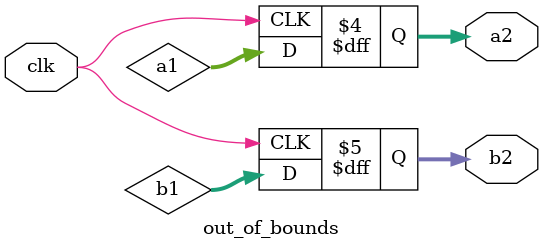
<source format=sv>
module out_of_bounds(input logic clk,
                     output logic[1:0] a2,
                     output logic[1:0] b2);

logic[1:0] a1;
logic[1:0] b1;

always_comb
 if (1'b0)
  a1[5'd8] = 1'b1;

always_ff @ (posedge clk)
 b1[5'd8] <= 1'b1;

always_ff @ (posedge clk) begin
 a2 <= a1;
 b2 <= b1;
end

endmodule

</source>
